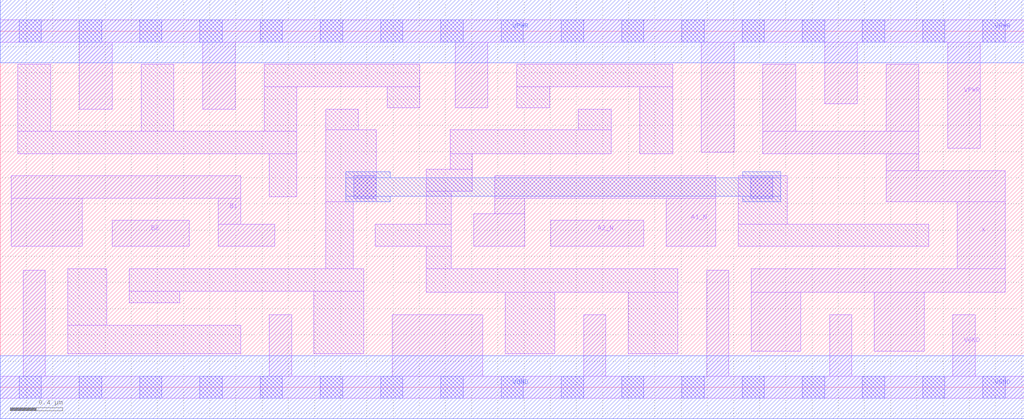
<source format=lef>
# Copyright 2020 The SkyWater PDK Authors
#
# Licensed under the Apache License, Version 2.0 (the "License");
# you may not use this file except in compliance with the License.
# You may obtain a copy of the License at
#
#     https://www.apache.org/licenses/LICENSE-2.0
#
# Unless required by applicable law or agreed to in writing, software
# distributed under the License is distributed on an "AS IS" BASIS,
# WITHOUT WARRANTIES OR CONDITIONS OF ANY KIND, either express or implied.
# See the License for the specific language governing permissions and
# limitations under the License.
#
# SPDX-License-Identifier: Apache-2.0

VERSION 5.7 ;
  NAMESCASESENSITIVE ON ;
  NOWIREEXTENSIONATPIN ON ;
  DIVIDERCHAR "/" ;
  BUSBITCHARS "[]" ;
UNITS
  DATABASE MICRONS 200 ;
END UNITS
PROPERTYDEFINITIONS
  MACRO maskLayoutSubType STRING ;
  MACRO prCellType STRING ;
  MACRO originalViewName STRING ;
END PROPERTYDEFINITIONS
MACRO sky130_fd_sc_hdll__a2bb2o_4
  CLASS CORE ;
  FOREIGN sky130_fd_sc_hdll__a2bb2o_4 ;
  ORIGIN  0.000000  0.000000 ;
  SIZE  7.820000 BY  2.720000 ;
  SYMMETRY X Y R90 ;
  SITE unithd ;
  PIN A1_N
    ANTENNAGATEAREA  0.555000 ;
    DIRECTION INPUT ;
    USE SIGNAL ;
    PORT
      LAYER li1 ;
        RECT 3.615000 1.075000 4.005000 1.325000 ;
        RECT 3.775000 1.325000 4.005000 1.445000 ;
        RECT 3.775000 1.445000 5.465000 1.615000 ;
        RECT 5.085000 1.075000 5.465000 1.445000 ;
    END
  END A1_N
  PIN A2_N
    ANTENNAGATEAREA  0.555000 ;
    DIRECTION INPUT ;
    USE SIGNAL ;
    PORT
      LAYER li1 ;
        RECT 4.205000 1.075000 4.915000 1.275000 ;
    END
  END A2_N
  PIN B1
    ANTENNAGATEAREA  0.555000 ;
    DIRECTION INPUT ;
    USE SIGNAL ;
    PORT
      LAYER li1 ;
        RECT 0.085000 1.075000 0.625000 1.445000 ;
        RECT 0.085000 1.445000 1.835000 1.615000 ;
        RECT 1.665000 1.075000 2.095000 1.245000 ;
        RECT 1.665000 1.245000 1.835000 1.445000 ;
    END
  END B1
  PIN B2
    ANTENNAGATEAREA  0.555000 ;
    DIRECTION INPUT ;
    USE SIGNAL ;
    PORT
      LAYER li1 ;
        RECT 0.855000 1.075000 1.445000 1.275000 ;
    END
  END B2
  PIN VGND
    ANTENNADIFFAREA  1.716000 ;
    DIRECTION INOUT ;
    USE SIGNAL ;
    PORT
      LAYER li1 ;
        RECT 0.000000 -0.085000 7.820000 0.085000 ;
        RECT 0.175000  0.085000 0.345000 0.895000 ;
        RECT 2.055000  0.085000 2.225000 0.555000 ;
        RECT 2.995000  0.085000 3.685000 0.555000 ;
        RECT 4.455000  0.085000 4.625000 0.555000 ;
        RECT 5.395000  0.085000 5.565000 0.895000 ;
        RECT 6.335000  0.085000 6.505000 0.555000 ;
        RECT 7.275000  0.085000 7.445000 0.555000 ;
      LAYER mcon ;
        RECT 0.145000 -0.085000 0.315000 0.085000 ;
        RECT 0.605000 -0.085000 0.775000 0.085000 ;
        RECT 1.065000 -0.085000 1.235000 0.085000 ;
        RECT 1.525000 -0.085000 1.695000 0.085000 ;
        RECT 1.985000 -0.085000 2.155000 0.085000 ;
        RECT 2.445000 -0.085000 2.615000 0.085000 ;
        RECT 2.905000 -0.085000 3.075000 0.085000 ;
        RECT 3.365000 -0.085000 3.535000 0.085000 ;
        RECT 3.825000 -0.085000 3.995000 0.085000 ;
        RECT 4.285000 -0.085000 4.455000 0.085000 ;
        RECT 4.745000 -0.085000 4.915000 0.085000 ;
        RECT 5.205000 -0.085000 5.375000 0.085000 ;
        RECT 5.665000 -0.085000 5.835000 0.085000 ;
        RECT 6.125000 -0.085000 6.295000 0.085000 ;
        RECT 6.585000 -0.085000 6.755000 0.085000 ;
        RECT 7.045000 -0.085000 7.215000 0.085000 ;
        RECT 7.505000 -0.085000 7.675000 0.085000 ;
      LAYER met1 ;
        RECT 0.000000 -0.240000 7.820000 0.240000 ;
    END
  END VGND
  PIN VPWR
    ANTENNADIFFAREA  1.700000 ;
    DIRECTION INOUT ;
    USE SIGNAL ;
    PORT
      LAYER li1 ;
        RECT 0.000000 2.635000 7.820000 2.805000 ;
        RECT 0.605000 2.125000 0.855000 2.635000 ;
        RECT 1.545000 2.125000 1.795000 2.635000 ;
        RECT 3.475000 2.135000 3.725000 2.635000 ;
        RECT 5.355000 1.795000 5.605000 2.635000 ;
        RECT 6.295000 2.165000 6.545000 2.635000 ;
        RECT 7.235000 1.825000 7.485000 2.635000 ;
      LAYER mcon ;
        RECT 0.145000 2.635000 0.315000 2.805000 ;
        RECT 0.605000 2.635000 0.775000 2.805000 ;
        RECT 1.065000 2.635000 1.235000 2.805000 ;
        RECT 1.525000 2.635000 1.695000 2.805000 ;
        RECT 1.985000 2.635000 2.155000 2.805000 ;
        RECT 2.445000 2.635000 2.615000 2.805000 ;
        RECT 2.905000 2.635000 3.075000 2.805000 ;
        RECT 3.365000 2.635000 3.535000 2.805000 ;
        RECT 3.825000 2.635000 3.995000 2.805000 ;
        RECT 4.285000 2.635000 4.455000 2.805000 ;
        RECT 4.745000 2.635000 4.915000 2.805000 ;
        RECT 5.205000 2.635000 5.375000 2.805000 ;
        RECT 5.665000 2.635000 5.835000 2.805000 ;
        RECT 6.125000 2.635000 6.295000 2.805000 ;
        RECT 6.585000 2.635000 6.755000 2.805000 ;
        RECT 7.045000 2.635000 7.215000 2.805000 ;
        RECT 7.505000 2.635000 7.675000 2.805000 ;
      LAYER met1 ;
        RECT 0.000000 2.480000 7.820000 2.960000 ;
    END
  END VPWR
  PIN X
    ANTENNADIFFAREA  1.028500 ;
    DIRECTION OUTPUT ;
    USE SIGNAL ;
    PORT
      LAYER li1 ;
        RECT 5.735000 0.275000 6.115000 0.725000 ;
        RECT 5.735000 0.725000 7.675000 0.905000 ;
        RECT 5.825000 1.785000 7.015000 1.955000 ;
        RECT 5.825000 1.955000 6.075000 2.465000 ;
        RECT 6.675000 0.275000 7.055000 0.725000 ;
        RECT 6.765000 1.415000 7.675000 1.655000 ;
        RECT 6.765000 1.655000 7.015000 1.785000 ;
        RECT 6.765000 1.955000 7.015000 2.465000 ;
        RECT 7.310000 0.905000 7.675000 1.415000 ;
    END
  END X
  OBS
    LAYER li1 ;
      RECT 0.135000 1.785000 2.265000 1.955000 ;
      RECT 0.135000 1.955000 0.385000 2.465000 ;
      RECT 0.515000 0.255000 1.835000 0.475000 ;
      RECT 0.515000 0.475000 0.815000 0.905000 ;
      RECT 0.985000 0.645000 1.370000 0.735000 ;
      RECT 0.985000 0.735000 2.775000 0.905000 ;
      RECT 1.075000 1.955000 1.325000 2.465000 ;
      RECT 2.015000 1.955000 2.265000 2.295000 ;
      RECT 2.015000 2.295000 3.205000 2.465000 ;
      RECT 2.055000 1.455000 2.265000 1.785000 ;
      RECT 2.395000 0.255000 2.775000 0.735000 ;
      RECT 2.485000 0.905000 2.695000 1.415000 ;
      RECT 2.485000 1.415000 2.870000 1.965000 ;
      RECT 2.485000 1.965000 2.735000 2.125000 ;
      RECT 2.865000 1.075000 3.445000 1.245000 ;
      RECT 2.955000 2.135000 3.205000 2.295000 ;
      RECT 3.255000 0.725000 5.175000 0.905000 ;
      RECT 3.255000 0.905000 3.445000 1.075000 ;
      RECT 3.255000 1.245000 3.445000 1.495000 ;
      RECT 3.255000 1.495000 3.605000 1.665000 ;
      RECT 3.435000 1.665000 3.605000 1.785000 ;
      RECT 3.435000 1.785000 4.665000 1.965000 ;
      RECT 3.855000 0.255000 4.235000 0.725000 ;
      RECT 3.945000 2.135000 4.195000 2.295000 ;
      RECT 3.945000 2.295000 5.135000 2.465000 ;
      RECT 4.415000 1.965000 4.665000 2.125000 ;
      RECT 4.795000 0.255000 5.175000 0.725000 ;
      RECT 4.885000 1.785000 5.135000 2.295000 ;
      RECT 5.635000 1.075000 7.090000 1.245000 ;
      RECT 5.635000 1.245000 6.010000 1.615000 ;
    LAYER mcon ;
      RECT 2.700000 1.445000 2.870000 1.615000 ;
      RECT 5.730000 1.445000 5.900000 1.615000 ;
    LAYER met1 ;
      RECT 2.640000 1.415000 2.980000 1.460000 ;
      RECT 2.640000 1.460000 5.960000 1.600000 ;
      RECT 2.640000 1.600000 2.980000 1.645000 ;
      RECT 5.670000 1.415000 5.960000 1.460000 ;
      RECT 5.670000 1.600000 5.960000 1.645000 ;
  END
  PROPERTY maskLayoutSubType "abstract" ;
  PROPERTY prCellType "standard" ;
  PROPERTY originalViewName "layout" ;
END sky130_fd_sc_hdll__a2bb2o_4

</source>
